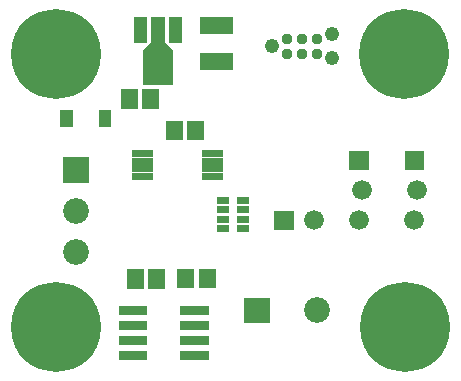
<source format=gbr>
G04 start of page 7 for group -4063 idx -4063 *
G04 Title: (unknown), componentmask *
G04 Creator: pcb 20140316 *
G04 CreationDate: Tue 12 Jul 2016 01:46:57 AM GMT UTC *
G04 For: ndholmes *
G04 Format: Gerber/RS-274X *
G04 PCB-Dimensions (mil): 1500.00 1250.00 *
G04 PCB-Coordinate-Origin: lower left *
%MOIN*%
%FSLAX25Y25*%
%LNTOPMASK*%
%ADD68R,0.0300X0.0300*%
%ADD67R,0.0227X0.0227*%
%ADD66R,0.1005X0.1005*%
%ADD65R,0.0420X0.0420*%
%ADD64R,0.0230X0.0230*%
%ADD63C,0.0370*%
%ADD62R,0.0438X0.0438*%
%ADD61R,0.0572X0.0572*%
%ADD60C,0.0660*%
%ADD59C,0.0860*%
%ADD58C,0.0001*%
%ADD57C,0.0490*%
%ADD56C,0.2997*%
G54D56*X133500Y17000D03*
X133000Y108000D03*
G54D57*X89000Y110500D03*
X109000Y114500D03*
Y106500D03*
G54D56*X17000Y17000D03*
Y108000D03*
G54D58*G36*
X19373Y73745D02*Y65145D01*
X27973D01*
Y73745D01*
X19373D01*
G37*
G54D59*X23673Y55665D03*
Y41886D03*
G54D58*G36*
X79700Y26800D02*Y18200D01*
X88300D01*
Y26800D01*
X79700D01*
G37*
G36*
X89700Y55800D02*Y49200D01*
X96300D01*
Y55800D01*
X89700D01*
G37*
G54D59*X104000Y22500D03*
G54D60*X103000Y52500D03*
G54D58*G36*
X114700Y75800D02*Y69200D01*
X121300D01*
Y75800D01*
X114700D01*
G37*
G54D60*X119000Y62500D03*
X118000Y52500D03*
G54D58*G36*
X133200Y75800D02*Y69200D01*
X139800D01*
Y75800D01*
X133200D01*
G37*
G54D60*X137500Y62500D03*
X136500Y52500D03*
G54D61*X63543Y82893D02*Y82107D01*
X67745Y117405D02*X73255D01*
X67745Y105595D02*X73255D01*
G54D62*X56906Y117984D02*Y113890D01*
G54D63*X94000Y108000D03*
Y113000D03*
X99000Y108000D03*
Y113000D03*
X104000Y108000D03*
Y113000D03*
G54D64*X66811Y67162D02*X71417D01*
X66811Y69721D02*X71417D01*
X66811Y72279D02*X71417D01*
X66811Y74838D02*X71417D01*
G54D61*X56457Y82893D02*Y82107D01*
G54D65*X20500Y87100D02*Y85900D01*
X33400Y87100D02*Y85900D01*
G54D61*X41457Y93393D02*Y92607D01*
X48543Y93393D02*Y92607D01*
G54D62*X51000Y117984D02*Y106174D01*
X45094Y117984D02*Y113890D01*
G54D66*X51000Y104440D02*Y102550D01*
G54D58*G36*
X52885Y112429D02*X56149Y109165D01*
X54305Y107321D01*
X51041Y110585D01*
X52885Y112429D01*
G37*
G36*
X45851Y109165D02*X49115Y112429D01*
X50959Y110585D01*
X47695Y107321D01*
X45851Y109165D01*
G37*
G54D64*X43583Y74838D02*X48189D01*
X43583Y72279D02*X48189D01*
X43583Y69721D02*X48189D01*
X43583Y67162D02*X48189D01*
G54D67*X71717Y59224D02*X73587D01*
X71717Y56075D02*X73587D01*
X71717Y52925D02*X73587D01*
X71717Y49776D02*X73587D01*
X78413D02*X80283D01*
X78413Y52925D02*X80283D01*
X78413Y56075D02*X80283D01*
X78413Y59224D02*X80283D01*
G54D61*X50543Y33393D02*Y32607D01*
X43457Y33393D02*Y32607D01*
X67391Y33468D02*Y32682D01*
X60305Y33468D02*Y32682D01*
G54D68*X39500Y22500D02*X46000D01*
X60000D02*X66500D01*
X39500Y17500D02*X46000D01*
X60000D02*X66500D01*
X39500Y12500D02*X46000D01*
X60000D02*X66500D01*
X39500Y7500D02*X46000D01*
X60000D02*X66500D01*
M02*

</source>
